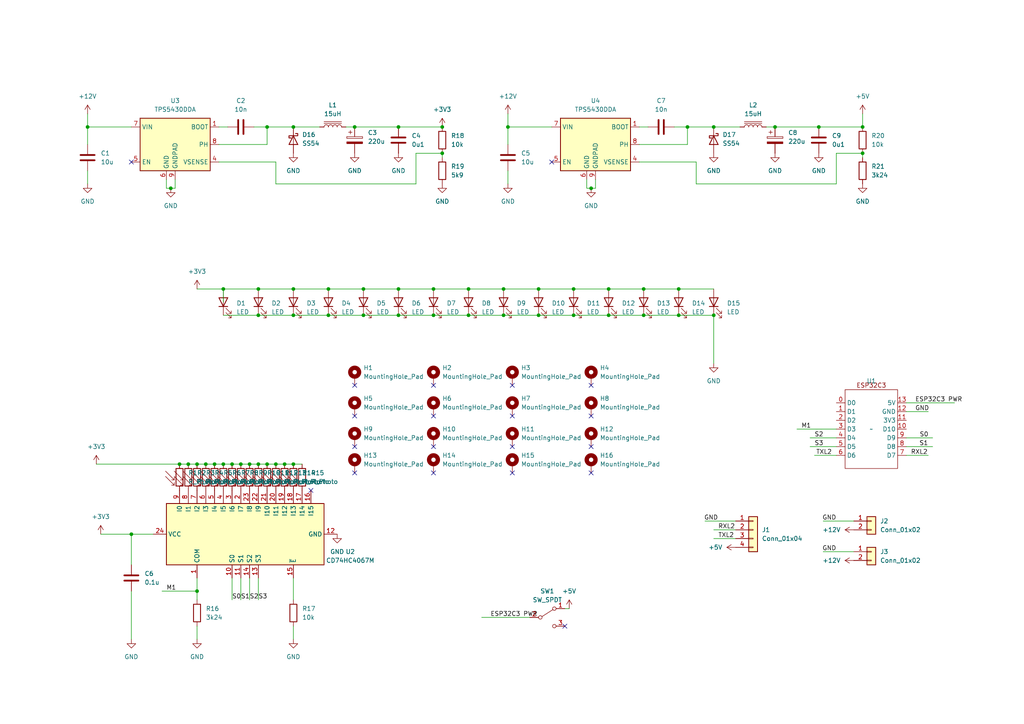
<source format=kicad_sch>
(kicad_sch (version 20231120) (generator "eeschema") (generator_version "8.0")
  (paper "A4")
  (lib_symbols
    (symbol "74xx:CD74HC4067M"
      (property "Reference" "U" (at -8.89 22.86 0))
      (property "Value" "CD74HC4067M" (at 1.27 22.86 0))
      (symbol "CD74HC4067M_0_1"
        (rectangle (start -8.89 21.59) (end 8.89 -24.13) (stroke (width 0.254)) (fill (type background)))
      )
      (symbol "CD74HC4067M_1_1"
        (pin passive line (at -12.7 12.7 0) (length 3.81) (name "COM") (number "1"))
        (pin input line (at -12.7 2.54 0) (length 3.81) (name "S0") (number "10"))
        (pin input line (at -12.7 0 0) (length 3.81) (name "S1") (number "11"))
        (pin power_in line (at 0 -27.94 90) (length 3.81) (name "GND") (number "12"))
        (pin input line (at -12.7 -5.08 0) (length 3.81) (name "S3") (number "13"))
        (pin input line (at -12.7 -2.54 0) (length 3.81) (name "S2") (number "14"))
        (pin input line (at -12.7 -15.24 0) (length 3.81) (name "~{E}") (number "15"))
        (pin passive line (at 12.7 -20.32 180) (length 3.81) (name "I15") (number "16"))
        (pin passive line (at 12.7 -17.78 180) (length 3.81) (name "I14") (number "17"))
        (pin passive line (at 12.7 -15.24 180) (length 3.81) (name "I13") (number "18"))
        (pin passive line (at 12.7 -12.7 180) (length 3.81) (name "I12") (number "19"))
        (pin passive line (at 12.7 0 180) (length 3.81) (name "I7") (number "2"))
        (pin passive line (at 12.7 -10.16 180) (length 3.81) (name "I11") (number "20"))
        (pin passive line (at 12.7 -7.62 180) (length 3.81) (name "I10") (number "21"))
        (pin passive line (at 12.7 -5.08 180) (length 3.81) (name "I9") (number "22"))
        (pin passive line (at 12.7 -2.54 180) (length 3.81) (name "I8") (number "23"))
        (pin power_in line (at 0 25.4 270) (length 3.81) (name "VCC") (number "24"))
        (pin passive line (at 12.7 2.54 180) (length 3.81) (name "I6") (number "3"))
        (pin passive line (at 12.7 5.08 180) (length 3.81) (name "I5") (number "4"))
        (pin passive line (at 12.7 7.62 180) (length 3.81) (name "I4") (number "5"))
        (pin passive line (at 12.7 10.16 180) (length 3.81) (name "I3") (number "6"))
        (pin passive line (at 12.7 12.7 180) (length 3.81) (name "I2") (number "7"))
        (pin passive line (at 12.7 15.24 180) (length 3.81) (name "I1") (number "8"))
        (pin passive line (at 12.7 17.78 180) (length 3.81) (name "I0") (number "9"))
      )
    )
    (symbol "Board:ESP32C3"
      (property "Reference" "U" (at 0 0 0))
      (symbol "ESP32C3_0_1"
        (rectangle (start -7.62 11.43) (end 7.62 -11.43))
      )
      (symbol "ESP32C3_1_1"
        (text "ESP32C3\n" (at 0 12.7 0) (effects (font (size 1.27 1.27))))
        (pin bidirectional line (at -10.16 7.62 0) (length 2.54) (name "D0") (number "0"))
        (pin bidirectional line (at -10.16 5.08 0) (length 2.54) (name "D1") (number "1"))
        (pin bidirectional line (at 10.16 0 180) (length 2.54) (name "D10") (number "10"))
        (pin power_out line (at 10.16 2.54 180) (length 2.54) (name "3V3") (number "11"))
        (pin power_in line (at 10.16 5.08 180) (length 2.54) (name "GND") (number "12"))
        (pin power_in line (at 10.16 7.62 180) (length 2.54) (name "5V") (number "13"))
        (pin bidirectional line (at -10.16 2.54 0) (length 2.54) (name "D2") (number "2"))
        (pin bidirectional line (at -10.16 0 0) (length 2.54) (name "D3") (number "3"))
        (pin bidirectional line (at -10.16 -2.54 0) (length 2.54) (name "D4") (number "4"))
        (pin bidirectional line (at -10.16 -5.08 0) (length 2.54) (name "D5") (number "5"))
        (pin bidirectional line (at -10.16 -7.62 0) (length 2.54) (name "D6") (number "6"))
        (pin bidirectional line (at 10.16 -7.62 180) (length 2.54) (name "D7") (number "7"))
        (pin bidirectional line (at 10.16 -5.08 180) (length 2.54) (name "D8") (number "8"))
        (pin bidirectional line (at 10.16 -2.54 180) (length 2.54) (name "D9") (number "9"))
      )
    )
    (symbol "Connector_Generic:Conn_01x02" (pin_names (offset 1.016) hide)
      (property "Reference" "J" (at 0 2.54 0))
      (property "Value" "Conn_01x02" (at 0 -5.08 0))
      (symbol "Conn_01x02_1_1"
        (rectangle (start -1.27 -2.413) (end 0 -2.667) (stroke (width 0.1524)))
        (rectangle (start -1.27 0.127) (end 0 -0.127) (stroke (width 0.1524)))
        (rectangle (start -1.27 1.27) (end 1.27 -3.81) (stroke (width 0.254)) (fill (type background)))
        (pin passive line (at -5.08 0 0) (length 3.81) (name "Pin_1") (number "1"))
        (pin passive line (at -5.08 -2.54 0) (length 3.81) (name "Pin_2") (number "2"))
      )
    )
    (symbol "Connector_Generic:Conn_01x04" (pin_names (offset 1.016) hide)
      (property "Reference" "J" (at 0 5.08 0))
      (property "Value" "Conn_01x04" (at 0 -7.62 0))
      (symbol "Conn_01x04_1_1"
        (rectangle (start -1.27 -4.953) (end 0 -5.207) (stroke (width 0.1524)))
        (rectangle (start -1.27 -2.413) (end 0 -2.667) (stroke (width 0.1524)))
        (rectangle (start -1.27 0.127) (end 0 -0.127) (stroke (width 0.1524)))
        (rectangle (start -1.27 2.667) (end 0 2.413) (stroke (width 0.1524)))
        (rectangle (start -1.27 3.81) (end 1.27 -6.35) (stroke (width 0.254)) (fill (type background)))
        (pin passive line (at -5.08 2.54 0) (length 3.81) (name "Pin_1") (number "1"))
        (pin passive line (at -5.08 0 0) (length 3.81) (name "Pin_2") (number "2"))
        (pin passive line (at -5.08 -2.54 0) (length 3.81) (name "Pin_3") (number "3"))
        (pin passive line (at -5.08 -5.08 0) (length 3.81) (name "Pin_4") (number "4"))
      )
    )
    (symbol "Device:C" (pin_numbers hide) (pin_names (offset 0.254))
      (property "Reference" "C" (at 0.635 2.54 0))
      (property "Value" "C" (at 0.635 -2.54 0))
      (symbol "C_0_1"
        (polyline (pts (xy -2.032 -0.762) (xy 2.032 -0.762)) (stroke (width 0.508)))
        (polyline (pts (xy -2.032 0.762) (xy 2.032 0.762)) (stroke (width 0.508)))
      )
      (symbol "C_1_1"
        (pin passive line (at 0 3.81 270) (length 2.794) (name "~") (number "1"))
        (pin passive line (at 0 -3.81 90) (length 2.794) (name "~") (number "2"))
      )
    )
    (symbol "Device:C_Polarized" (pin_numbers hide) (pin_names (offset 0.254))
      (property "Reference" "C" (at 0.635 2.54 0))
      (property "Value" "C_Polarized" (at 0.635 -2.54 0))
      (symbol "C_Polarized_0_1"
        (rectangle (start -2.286 0.508) (end 2.286 1.016))
        (polyline (pts (xy -1.778 2.286) (xy -0.762 2.286)))
        (polyline (pts (xy -1.27 2.794) (xy -1.27 1.778)))
        (rectangle (start 2.286 -0.508) (end -2.286 -1.016) (fill (type outline)))
      )
      (symbol "C_Polarized_1_1"
        (pin passive line (at 0 3.81 270) (length 2.794) (name "~") (number "1"))
        (pin passive line (at 0 -3.81 90) (length 2.794) (name "~") (number "2"))
      )
    )
    (symbol "Device:D_Schottky" (pin_numbers hide) (pin_names (offset 1.016) hide)
      (property "Reference" "D" (at 0 2.54 0))
      (property "Value" "D_Schottky" (at 0 -2.54 0))
      (symbol "D_Schottky_0_1"
        (polyline (pts (xy 1.27 0) (xy -1.27 0)))
        (polyline (pts (xy 1.27 1.27) (xy 1.27 -1.27) (xy -1.27 0) (xy 1.27 1.27)) (stroke (width 0.254)))
        (polyline (pts (xy -1.905 0.635) (xy -1.905 1.27) (xy -1.27 1.27) (xy -1.27 -1.27) (xy -0.635 -1.27) (xy -0.635 -0.635)) (stroke (width 0.254)))
      )
      (symbol "D_Schottky_1_1"
        (pin passive line (at -3.81 0 0) (length 2.54) (name "K") (number "1"))
        (pin passive line (at 3.81 0 180) (length 2.54) (name "A") (number "2"))
      )
    )
    (symbol "Device:LED" (pin_numbers hide) (pin_names (offset 1.016) hide)
      (property "Reference" "D" (at 0 2.54 0))
      (property "Value" "LED" (at 0 -2.54 0))
      (symbol "LED_0_1"
        (polyline (pts (xy -1.27 -1.27) (xy -1.27 1.27)) (stroke (width 0.254)))
        (polyline (pts (xy -1.27 0) (xy 1.27 0)))
        (polyline (pts (xy 1.27 -1.27) (xy 1.27 1.27) (xy -1.27 0) (xy 1.27 -1.27)) (stroke (width 0.254)))
        (polyline (pts (xy -3.048 -0.762) (xy -4.572 -2.286) (xy -3.81 -2.286) (xy -4.572 -2.286) (xy -4.572 -1.524)))
        (polyline (pts (xy -1.778 -0.762) (xy -3.302 -2.286) (xy -2.54 -2.286) (xy -3.302 -2.286) (xy -3.302 -1.524)))
      )
      (symbol "LED_1_1"
        (pin passive line (at -3.81 0 0) (length 2.54) (name "K") (number "1"))
        (pin passive line (at 3.81 0 180) (length 2.54) (name "A") (number "2"))
      )
    )
    (symbol "Device:L_Iron" (pin_numbers hide) (pin_names (offset 1.016) hide)
      (property "Reference" "L" (at -1.27 0 90))
      (property "Value" "L_Iron" (at 2.794 0 90))
      (symbol "L_Iron_0_1"
        (arc (start 0 -2.54) (mid 0.6323 -1.905) (end 0 -1.27))
        (arc (start 0 -1.27) (mid 0.6323 -0.635) (end 0 0))
        (polyline (pts (xy 1.016 2.54) (xy 1.016 -2.54)))
        (polyline (pts (xy 1.524 -2.54) (xy 1.524 2.54)))
        (arc (start 0 0) (mid 0.6323 0.635) (end 0 1.27))
        (arc (start 0 1.27) (mid 0.6323 1.905) (end 0 2.54))
      )
      (symbol "L_Iron_1_1"
        (pin passive line (at 0 3.81 270) (length 1.27) (name "1") (number "1"))
        (pin passive line (at 0 -3.81 90) (length 1.27) (name "2") (number "2"))
      )
    )
    (symbol "Device:R" (pin_numbers hide) (pin_names (offset 0))
      (property "Reference" "R" (at 2.032 0 90))
      (property "Value" "R" (at 0 0 90))
      (symbol "R_0_1"
        (rectangle (start -1.016 -2.54) (end 1.016 2.54) (stroke (width 0.254)))
      )
      (symbol "R_1_1"
        (pin passive line (at 0 3.81 270) (length 1.27) (name "~") (number "1"))
        (pin passive line (at 0 -3.81 90) (length 1.27) (name "~") (number "2"))
      )
    )
    (symbol "Device:R_Photo" (pin_numbers hide) (pin_names (offset 0))
      (property "Reference" "R" (at 1.27 1.27 0))
      (property "Value" "R_Photo" (at 1.27 0 0))
      (symbol "R_Photo_0_1"
        (rectangle (start -1.016 2.54) (end 1.016 -2.54) (stroke (width 0.254)))
        (polyline (pts (xy -1.524 -2.286) (xy -4.064 0.254)))
        (polyline (pts (xy -1.524 -2.286) (xy -2.286 -2.286)))
        (polyline (pts (xy -1.524 -2.286) (xy -1.524 -1.524)))
        (polyline (pts (xy -1.524 -0.762) (xy -4.064 1.778)))
        (polyline (pts (xy -1.524 -0.762) (xy -2.286 -0.762)))
        (polyline (pts (xy -1.524 -0.762) (xy -1.524 0)))
      )
      (symbol "R_Photo_1_1"
        (pin passive line (at 0 3.81 270) (length 1.27) (name "~") (number "1"))
        (pin passive line (at 0 -3.81 90) (length 1.27) (name "~") (number "2"))
      )
    )
    (symbol "Mechanical:MountingHole_Pad" (pin_numbers hide) (pin_names (offset 1.016) hide)
      (property "Reference" "H" (at 0 6.35 0))
      (property "Value" "MountingHole_Pad" (at 0 4.445 0))
      (symbol "MountingHole_Pad_0_1"
        (circle (center 0 1.27) (radius 1.27) (stroke (width 1.27)))
      )
      (symbol "MountingHole_Pad_1_1"
        (pin input line (at 0 -2.54 90) (length 2.54) (name "1") (number "1"))
      )
    )
    (symbol "Regulator_Switching:TPS5430DDA"
      (property "Reference" "U" (at -10.16 8.89 0))
      (property "Value" "TPS5430DDA" (at -1.27 8.89 0))
      (symbol "TPS5430DDA_0_1"
        (rectangle (start -10.16 7.62) (end 10.16 -7.62) (stroke (width 0.254)) (fill (type background)))
      )
      (symbol "TPS5430DDA_1_1"
        (pin input line (at 12.7 5.08 180) (length 2.54) (name "BOOT") (number "1"))
        (pin no_connect line (at -10.16 2.54 0) (length 2.54) hide (name "NC") (number "2"))
        (pin no_connect line (at -10.16 -2.54 0) (length 2.54) hide (name "NC") (number "3"))
        (pin input line (at 12.7 -5.08 180) (length 2.54) (name "VSENSE") (number "4"))
        (pin input line (at -12.7 -5.08 0) (length 2.54) (name "EN") (number "5"))
        (pin power_in line (at -2.54 -10.16 90) (length 2.54) (name "GND") (number "6"))
        (pin power_in line (at -12.7 5.08 0) (length 2.54) (name "VIN") (number "7"))
        (pin output line (at 12.7 0 180) (length 2.54) (name "PH") (number "8"))
        (pin power_in line (at 0 -10.16 90) (length 2.54) (name "GNDPAD") (number "9"))
      )
    )
    (symbol "Switch:SW_SPDT" (pin_names (offset 0) hide)
      (property "Reference" "SW" (at 0 4.318 0))
      (property "Value" "SW_SPDT" (at 0 -5.08 0))
      (symbol "SW_SPDT_0_0"
        (circle (center -2.032 0) (radius 0.508))
        (circle (center 2.032 -2.54) (radius 0.508))
      )
      (symbol "SW_SPDT_0_1"
        (polyline (pts (xy -1.524 0.254) (xy 1.651 2.286)))
        (circle (center 2.032 2.54) (radius 0.508))
      )
      (symbol "SW_SPDT_1_1"
        (pin passive line (at 5.08 2.54 180) (length 2.54) (name "A") (number "1"))
        (pin passive line (at -5.08 0 0) (length 2.54) (name "B") (number "2"))
        (pin passive line (at 5.08 -2.54 180) (length 2.54) (name "C") (number "3"))
      )
    )
    (symbol "power:+12V" (power) (pin_names (offset 0))
      (property "Value" "+12V" (at 0 3.556 0))
      (symbol "+12V_0_1"
        (polyline (pts (xy -0.762 1.27) (xy 0 2.54)))
        (polyline (pts (xy 0 0) (xy 0 2.54)))
        (polyline (pts (xy 0 2.54) (xy 0.762 1.27)))
      )
      (symbol "+12V_1_1"
        (pin power_in line (at 0 0 90) (length 0) hide (name "+12V") (number "1"))
      )
    )
    (symbol "power:+3V3" (power) (pin_names (offset 0))
      (property "Value" "+3V3" (at 0 3.556 0))
      (symbol "+3V3_0_1"
        (polyline (pts (xy -0.762 1.27) (xy 0 2.54)))
        (polyline (pts (xy 0 0) (xy 0 2.54)))
        (polyline (pts (xy 0 2.54) (xy 0.762 1.27)))
      )
      (symbol "+3V3_1_1"
        (pin power_in line (at 0 0 90) (length 0) hide (name "+3V3") (number "1"))
      )
    )
    (symbol "power:+5V" (power) (pin_names (offset 0))
      (property "Value" "+5V" (at 0 3.556 0))
      (symbol "+5V_0_1"
        (polyline (pts (xy -0.762 1.27) (xy 0 2.54)))
        (polyline (pts (xy 0 0) (xy 0 2.54)))
        (polyline (pts (xy 0 2.54) (xy 0.762 1.27)))
      )
      (symbol "+5V_1_1"
        (pin power_in line (at 0 0 90) (length 0) hide (name "+5V") (number "1"))
      )
    )
    (symbol "power:GND" (power) (pin_names (offset 0))
      (property "Value" "GND" (at 0 -3.81 0))
      (symbol "GND_0_1"
        (polyline (pts (xy 0 0) (xy 0 -1.27) (xy 1.27 -1.27) (xy 0 -2.54) (xy -1.27 -1.27) (xy 0 -1.27)))
      )
      (symbol "GND_1_1"
        (pin power_in line (at 0 0 270) (length 0) hide (name "GND") (number "1"))
      )
    )
  )
  (junction (at 74.93 91.44))
  (junction (at 128.27 36.83))
  (junction (at 171.45 54.61))
  (junction (at 72.39 134.62))
  (junction (at 105.41 83.82))
  (junction (at 176.53 83.82))
  (junction (at 156.21 83.82))
  (junction (at 69.85 134.62))
  (junction (at 135.89 91.44))
  (junction (at 95.25 83.82))
  (junction (at 82.55 134.62))
  (junction (at 74.93 83.82))
  (junction (at 25.4 36.83))
  (junction (at 59.69 134.62))
  (junction (at 128.27 44.45))
  (junction (at 176.53 91.44))
  (junction (at 85.09 91.44))
  (junction (at 67.31 134.62))
  (junction (at 54.61 134.62))
  (junction (at 74.93 134.62))
  (junction (at 207.01 91.44))
  (junction (at 62.23 134.62))
  (junction (at 186.69 83.82))
  (junction (at 57.15 134.62))
  (junction (at 207.01 36.83))
  (junction (at 80.01 134.62))
  (junction (at 224.79 36.83))
  (junction (at 49.53 54.61))
  (junction (at 156.21 91.44))
  (junction (at 146.05 91.44))
  (junction (at 77.47 36.83))
  (junction (at 147.32 36.83))
  (junction (at 52.07 134.62))
  (junction (at 250.19 36.83))
  (junction (at 77.47 134.62))
  (junction (at 105.41 91.44))
  (junction (at 85.09 134.62))
  (junction (at 166.37 91.44))
  (junction (at 250.19 44.45))
  (junction (at 85.09 36.83))
  (junction (at 186.69 91.44))
  (junction (at 199.39 36.83))
  (junction (at 115.57 83.82))
  (junction (at 64.77 83.82))
  (junction (at 166.37 83.82))
  (junction (at 115.57 91.44))
  (junction (at 95.25 91.44))
  (junction (at 57.15 171.45))
  (junction (at 125.73 91.44))
  (junction (at 85.09 83.82))
  (junction (at 102.87 36.83))
  (junction (at 115.57 36.83))
  (junction (at 135.89 83.82))
  (junction (at 64.77 134.62))
  (junction (at 146.05 83.82))
  (junction (at 196.85 91.44))
  (junction (at 38.1 154.94))
  (junction (at 237.49 36.83))
  (junction (at 125.73 83.82))
  (junction (at 196.85 83.82))
  (no_connect (at 163.83 181.61))
  (no_connect (at 102.87 129.54))
  (no_connect (at 148.59 137.16))
  (no_connect (at 148.59 129.54))
  (no_connect (at 171.45 111.76))
  (no_connect (at 102.87 137.16))
  (no_connect (at 171.45 120.65))
  (no_connect (at 125.73 129.54))
  (no_connect (at 148.59 120.65))
  (no_connect (at 160.02 46.99))
  (no_connect (at 171.45 129.54))
  (no_connect (at 38.1 46.99))
  (no_connect (at 171.45 137.16))
  (no_connect (at 125.73 111.76))
  (no_connect (at 125.73 137.16))
  (no_connect (at 148.59 111.76))
  (no_connect (at 90.17 142.24))
  (no_connect (at 102.87 111.76))
  (no_connect (at 125.73 120.65))
  (no_connect (at 102.87 120.65))
  (wire (pts (xy 29.21 154.94) (xy 38.1 154.94)))
  (wire (pts (xy 186.69 83.82) (xy 196.85 83.82)))
  (wire (pts (xy 74.93 91.44) (xy 85.09 91.44)))
  (wire (pts (xy 139.7 179.07) (xy 153.67 179.07)))
  (wire (pts (xy 85.09 134.62) (xy 87.63 134.62)))
  (wire (pts (xy 146.05 91.44) (xy 156.21 91.44)))
  (wire (pts (xy 80.01 134.62) (xy 82.55 134.62)))
  (wire (pts (xy 50.8 54.61) (xy 50.8 52.07)))
  (wire (pts (xy 63.5 46.99) (xy 80.01 46.99)))
  (wire (pts (xy 128.27 45.72) (xy 128.27 44.45)))
  (wire (pts (xy 187.96 36.83) (xy 185.42 36.83)))
  (wire (pts (xy 77.47 36.83) (xy 85.09 36.83)))
  (wire (pts (xy 231.14 124.46) (xy 242.57 124.46)))
  (wire (pts (xy 156.21 91.44) (xy 166.37 91.44)))
  (wire (pts (xy 262.89 119.38) (xy 269.24 119.38)))
  (wire (pts (xy 57.15 83.82) (xy 64.77 83.82)))
  (wire (pts (xy 64.77 87.63) (xy 64.77 83.82)))
  (wire (pts (xy 38.1 171.45) (xy 38.1 185.42)))
  (wire (pts (xy 262.89 132.08) (xy 269.24 132.08)))
  (wire (pts (xy 57.15 134.62) (xy 59.69 134.62)))
  (wire (pts (xy 102.87 36.83) (xy 115.57 36.83)))
  (wire (pts (xy 80.01 53.34) (xy 120.65 53.34)))
  (wire (pts (xy 38.1 154.94) (xy 38.1 163.83)))
  (wire (pts (xy 57.15 181.61) (xy 57.15 185.42)))
  (wire (pts (xy 186.69 91.44) (xy 196.85 91.44)))
  (wire (pts (xy 207.01 36.83) (xy 214.63 36.83)))
  (wire (pts (xy 82.55 134.62) (xy 85.09 134.62)))
  (wire (pts (xy 170.18 52.07) (xy 170.18 54.61)))
  (wire (pts (xy 63.5 41.91) (xy 77.47 41.91)))
  (wire (pts (xy 199.39 41.91) (xy 199.39 36.83)))
  (wire (pts (xy 74.93 83.82) (xy 85.09 83.82)))
  (wire (pts (xy 262.89 116.84) (xy 276.86 116.84)))
  (wire (pts (xy 207.01 153.67) (xy 213.36 153.67)))
  (wire (pts (xy 85.09 181.61) (xy 85.09 185.42)))
  (wire (pts (xy 204.47 151.13) (xy 213.36 151.13)))
  (wire (pts (xy 238.76 151.13) (xy 247.65 151.13)))
  (wire (pts (xy 125.73 91.44) (xy 135.89 91.44)))
  (wire (pts (xy 242.57 132.08) (xy 236.22 132.08)))
  (wire (pts (xy 48.26 52.07) (xy 48.26 54.61)))
  (wire (pts (xy 195.58 36.83) (xy 199.39 36.83)))
  (wire (pts (xy 120.65 44.45) (xy 120.65 53.34)))
  (wire (pts (xy 85.09 36.83) (xy 92.71 36.83)))
  (wire (pts (xy 196.85 91.44) (xy 207.01 91.44)))
  (wire (pts (xy 69.85 134.62) (xy 72.39 134.62)))
  (wire (pts (xy 237.49 36.83) (xy 250.19 36.83)))
  (wire (pts (xy 72.39 167.64) (xy 72.39 173.99)))
  (wire (pts (xy 250.19 33.02) (xy 250.19 36.83)))
  (wire (pts (xy 77.47 41.91) (xy 77.47 36.83)))
  (wire (pts (xy 207.01 91.44) (xy 207.01 105.41)))
  (wire (pts (xy 172.72 54.61) (xy 172.72 52.07)))
  (wire (pts (xy 201.93 46.99) (xy 201.93 53.34)))
  (wire (pts (xy 64.77 134.62) (xy 67.31 134.62)))
  (wire (pts (xy 146.05 83.82) (xy 156.21 83.82)))
  (wire (pts (xy 105.41 83.82) (xy 115.57 83.82)))
  (wire (pts (xy 54.61 134.62) (xy 57.15 134.62)))
  (wire (pts (xy 67.31 167.64) (xy 67.31 173.99)))
  (wire (pts (xy 64.77 83.82) (xy 74.93 83.82)))
  (wire (pts (xy 57.15 171.45) (xy 57.15 173.99)))
  (wire (pts (xy 135.89 83.82) (xy 146.05 83.82)))
  (wire (pts (xy 27.94 134.62) (xy 52.07 134.62)))
  (wire (pts (xy 74.93 167.64) (xy 74.93 173.99)))
  (wire (pts (xy 72.39 134.62) (xy 74.93 134.62)))
  (wire (pts (xy 234.95 127) (xy 242.57 127)))
  (wire (pts (xy 59.69 134.62) (xy 62.23 134.62)))
  (wire (pts (xy 25.4 53.34) (xy 25.4 49.53)))
  (wire (pts (xy 64.77 91.44) (xy 74.93 91.44)))
  (wire (pts (xy 73.66 36.83) (xy 77.47 36.83)))
  (wire (pts (xy 165.1 176.53) (xy 163.83 176.53)))
  (wire (pts (xy 171.45 54.61) (xy 172.72 54.61)))
  (wire (pts (xy 67.31 134.62) (xy 69.85 134.62)))
  (wire (pts (xy 85.09 83.82) (xy 95.25 83.82)))
  (wire (pts (xy 224.79 36.83) (xy 237.49 36.83)))
  (wire (pts (xy 52.07 134.62) (xy 54.61 134.62)))
  (wire (pts (xy 147.32 41.91) (xy 147.32 36.83)))
  (wire (pts (xy 207.01 156.21) (xy 213.36 156.21)))
  (wire (pts (xy 238.76 160.02) (xy 247.65 160.02)))
  (wire (pts (xy 25.4 41.91) (xy 25.4 36.83)))
  (wire (pts (xy 44.45 154.94) (xy 38.1 154.94)))
  (wire (pts (xy 85.09 167.64) (xy 85.09 173.99)))
  (wire (pts (xy 270.51 129.54) (xy 262.89 129.54)))
  (wire (pts (xy 196.85 83.82) (xy 207.01 83.82)))
  (wire (pts (xy 185.42 46.99) (xy 201.93 46.99)))
  (wire (pts (xy 66.04 36.83) (xy 63.5 36.83)))
  (wire (pts (xy 147.32 53.34) (xy 147.32 49.53)))
  (wire (pts (xy 115.57 83.82) (xy 125.73 83.82)))
  (wire (pts (xy 166.37 83.82) (xy 176.53 83.82)))
  (wire (pts (xy 46.99 171.45) (xy 57.15 171.45)))
  (wire (pts (xy 170.18 54.61) (xy 171.45 54.61)))
  (wire (pts (xy 166.37 91.44) (xy 176.53 91.44)))
  (wire (pts (xy 69.85 167.64) (xy 69.85 173.99)))
  (wire (pts (xy 234.95 129.54) (xy 242.57 129.54)))
  (wire (pts (xy 176.53 91.44) (xy 186.69 91.44)))
  (wire (pts (xy 95.25 83.82) (xy 105.41 83.82)))
  (wire (pts (xy 115.57 91.44) (xy 125.73 91.44)))
  (wire (pts (xy 222.25 36.83) (xy 224.79 36.83)))
  (wire (pts (xy 95.25 91.44) (xy 105.41 91.44)))
  (wire (pts (xy 120.65 44.45) (xy 128.27 44.45)))
  (wire (pts (xy 85.09 91.44) (xy 95.25 91.44)))
  (wire (pts (xy 38.1 36.83) (xy 25.4 36.83)))
  (wire (pts (xy 125.73 83.82) (xy 135.89 83.82)))
  (wire (pts (xy 176.53 83.82) (xy 186.69 83.82)))
  (wire (pts (xy 135.89 91.44) (xy 146.05 91.44)))
  (wire (pts (xy 100.33 36.83) (xy 102.87 36.83)))
  (wire (pts (xy 160.02 36.83) (xy 147.32 36.83)))
  (wire (pts (xy 115.57 36.83) (xy 128.27 36.83)))
  (wire (pts (xy 48.26 54.61) (xy 49.53 54.61)))
  (wire (pts (xy 199.39 36.83) (xy 207.01 36.83)))
  (wire (pts (xy 156.21 83.82) (xy 166.37 83.82)))
  (wire (pts (xy 25.4 33.02) (xy 25.4 36.83)))
  (wire (pts (xy 242.57 44.45) (xy 250.19 44.45)))
  (wire (pts (xy 147.32 33.02) (xy 147.32 36.83)))
  (wire (pts (xy 201.93 53.34) (xy 242.57 53.34)))
  (wire (pts (xy 62.23 134.62) (xy 64.77 134.62)))
  (wire (pts (xy 80.01 46.99) (xy 80.01 53.34)))
  (wire (pts (xy 185.42 41.91) (xy 199.39 41.91)))
  (wire (pts (xy 49.53 54.61) (xy 50.8 54.61)))
  (wire (pts (xy 242.57 44.45) (xy 242.57 53.34)))
  (wire (pts (xy 74.93 134.62) (xy 77.47 134.62)))
  (wire (pts (xy 105.41 91.44) (xy 115.57 91.44)))
  (wire (pts (xy 250.19 45.72) (xy 250.19 44.45)))
  (wire (pts (xy 57.15 167.64) (xy 57.15 171.45)))
  (wire (pts (xy 270.51 127) (xy 262.89 127)))
  (wire (pts (xy 77.47 134.62) (xy 80.01 134.62)))
  (label "M1" (at 232.41 124.46 0))
  (label "S0" (at 67.31 173.99 0))
  (label "S3" (at 74.93 173.99 0))
  (label "GND" (at 208.28 151.13 180))
  (label "S2" (at 236.22 127 0))
  (label "S1" (at 69.85 173.99 0))
  (label "GND" (at 242.57 160.02 180))
  (label "RXL2" (at 208.28 153.67 0))
  (label "ESP32C3 PWR" (at 142.24 179.07 0))
  (label "M1" (at 48.26 171.45 0))
  (label "GND" (at 265.43 119.38 0))
  (label "GND" (at 242.57 151.13 180))
  (label "RXL2" (at 264.16 132.08 0))
  (label "S0" (at 266.7 127 0))
  (label "S2" (at 72.39 173.99 0))
  (label "ESP32C3 PWR" (at 265.43 116.84 0))
  (label "S1" (at 269.24 129.54 180))
  (label "S3" (at 236.22 129.54 0))
  (label "TXL2" (at 208.28 156.21 0))
  (label "TXL2" (at 241.3 132.08 180))
  (symbol (lib_id "power:GND") (at 38.1 185.42 0) (unit 1)
    (property "Reference" "#PWR09" (effects (hide yes)))
    (property "Value" "GND" (at 38.1 190.5 0))
  )
  (symbol (lib_id "Device:C_Polarized") (at 102.87 40.64 0) (unit 1)
    (property "Reference" "C3" (at 106.68 38.481 0) (effects (justify left)))
    (property "Value" "220u" (at 106.68 41.021 0) (effects (justify left)))
    (property "Footprint" "Capacitor_Tantalum_SMD:CP_EIA-7343-15_Kemet-W_Pad2.25x2.55mm_HandSolder" (effects (hide yes)))
  )
  (symbol (lib_id "Device:C") (at 38.1 167.64 0) (unit 1)
    (property "Reference" "C6" (at 41.91 166.37 0) (effects (justify left)))
    (property "Value" "0.1u" (at 41.91 168.91 0) (effects (justify left)))
    (property "Footprint" "Capacitor_SMD:C_0603_1608Metric_Pad1.08x0.95mm_HandSolder" (effects (hide yes)))
  )
  (symbol (lib_id "Device:LED") (at 74.93 87.63 90) (unit 1)
    (property "Reference" "D2" (at 78.74 87.9475 90) (effects (justify right)))
    (property "Value" "LED" (at 78.74 90.4875 90) (effects (justify right)))
    (property "Footprint" "LED_SMD:LED_PLCC_2835_Handsoldering" (effects (hide yes)))
  )
  (symbol (lib_id "Mechanical:MountingHole_Pad") (at 148.59 134.62 0) (unit 1)
    (property "Reference" "H15" (at 151.13 132.08 0) (effects (justify left)))
    (property "Value" "MountingHole_Pad" (at 151.13 134.62 0) (effects (justify left)))
    (property "Footprint" "MountingHole:MountingHole_3.2mm_M3_Pad_Via" (effects (hide yes)))
  )
  (symbol (lib_id "power:+3V3") (at 128.27 36.83 0) (unit 1)
    (property "Reference" "#PWR017" (effects (hide yes)))
    (property "Value" "+3V3" (at 128.27 31.75 0))
  )
  (symbol (lib_id "power:+12V") (at 25.4 33.02 0) (unit 1)
    (property "Reference" "#PWR07" (effects (hide yes)))
    (property "Value" "+12V" (at 25.4 27.94 0))
  )
  (symbol (lib_id "power:GND") (at 147.32 53.34 0) (unit 1)
    (property "Reference" "#PWR020" (effects (hide yes)))
    (property "Value" "GND" (at 147.32 58.42 0))
  )
  (symbol (lib_id "Device:R_Photo") (at 59.69 138.43 0) (unit 1)
    (property "Reference" "R4" (at 62.23 137.16 0) (effects (justify left)))
    (property "Value" "R_Photo" (at 62.23 139.7 0) (effects (justify left)))
    (property "Footprint" "LED_SMD:LED_0603_1608Metric" (effects (hide yes)))
  )
  (symbol (lib_id "Device:C") (at 191.77 36.83 90) (unit 1)
    (property "Reference" "C7" (at 191.77 29.21 90))
    (property "Value" "10n" (at 191.77 31.75 90))
    (property "Footprint" "Capacitor_SMD:C_0603_1608Metric_Pad1.08x0.95mm_HandSolder" (effects (hide yes)))
  )
  (symbol (lib_id "Connector_Generic:Conn_01x04") (at 218.44 153.67 0) (unit 1)
    (property "Reference" "J1" (at 220.98 153.67 0) (effects (justify left)))
    (property "Value" "Conn_01x04" (at 220.98 156.21 0) (effects (justify left)))
    (property "Footprint" "Connector_JST:JST_XH_B4B-XH-AM_1x04_P2.50mm_Vertical" (effects (hide yes)))
  )
  (symbol (lib_id "Mechanical:MountingHole_Pad") (at 171.45 109.22 0) (unit 1)
    (property "Reference" "H4" (at 173.99 106.68 0) (effects (justify left)))
    (property "Value" "MountingHole_Pad" (at 173.99 109.22 0) (effects (justify left)))
    (property "Footprint" "MountingHole:MountingHole_3.2mm_M3_Pad_Via" (effects (hide yes)))
  )
  (symbol (lib_id "power:+3V3") (at 29.21 154.94 0) (unit 1)
    (property "Reference" "#PWR010" (effects (hide yes)))
    (property "Value" "+3V3" (at 29.21 149.86 0))
  )
  (symbol (lib_id "Device:C") (at 147.32 45.72 0) (unit 1)
    (property "Reference" "C5" (at 151.13 44.45 0) (effects (justify left)))
    (property "Value" "10u" (at 151.13 46.99 0) (effects (justify left)))
    (property "Footprint" "Capacitor_SMD:C_0603_1608Metric_Pad1.08x0.95mm_HandSolder" (effects (hide yes)))
  )
  (symbol (lib_id "power:+12V") (at 247.65 162.56 90) (unit 1)
    (property "Reference" "#PWR025" (effects (hide yes)))
    (property "Value" "+12V" (at 243.84 162.56 90) (effects (justify left)))
  )
  (symbol (lib_id "power:GND") (at 57.15 185.42 0) (unit 1)
    (property "Reference" "#PWR05" (effects (hide yes)))
    (property "Value" "GND" (at 57.15 190.5 0))
  )
  (symbol (lib_id "Device:R_Photo") (at 69.85 138.43 0) (unit 1)
    (property "Reference" "R8" (at 72.39 137.16 0) (effects (justify left)))
    (property "Value" "R_Photo" (at 72.39 139.7 0) (effects (justify left)))
    (property "Footprint" "LED_SMD:LED_0603_1608Metric" (effects (hide yes)))
  )
  (symbol (lib_id "Device:LED") (at 64.77 87.63 90) (unit 1)
    (property "Reference" "D1" (at 68.58 87.9475 90) (effects (justify right)))
    (property "Value" "LED" (at 68.58 90.4875 90) (effects (justify right)))
    (property "Footprint" "LED_SMD:LED_PLCC_2835_Handsoldering" (effects (hide yes)))
  )
  (symbol (lib_id "power:+5V") (at 250.19 33.02 0) (unit 1)
    (property "Reference" "#PWR02" (effects (hide yes)))
    (property "Value" "+5V" (at 250.19 27.94 0))
  )
  (symbol (lib_id "Device:R") (at 250.19 49.53 0) (unit 1)
    (property "Reference" "R21" (at 252.73 48.26 0) (effects (justify left)))
    (property "Value" "3k24" (at 252.73 50.8 0) (effects (justify left)))
    (property "Footprint" "Resistor_SMD:R_0603_1608Metric_Pad0.98x0.95mm_HandSolder" (effects (hide yes)))
  )
  (symbol (lib_id "Mechanical:MountingHole_Pad") (at 102.87 109.22 0) (unit 1)
    (property "Reference" "H1" (at 105.41 106.68 0) (effects (justify left)))
    (property "Value" "MountingHole_Pad" (at 105.41 109.22 0) (effects (justify left)))
    (property "Footprint" "MountingHole:MountingHole_3.2mm_M3_Pad_Via" (effects (hide yes)))
  )
  (symbol (lib_id "Device:R") (at 250.19 40.64 0) (unit 1)
    (property "Reference" "R20" (at 252.73 39.37 0) (effects (justify left)))
    (property "Value" "10k" (at 252.73 41.91 0) (effects (justify left)))
    (property "Footprint" "Resistor_SMD:R_0603_1608Metric_Pad0.98x0.95mm_HandSolder" (effects (hide yes)))
  )
  (symbol (lib_id "Device:R_Photo") (at 72.39 138.43 0) (unit 1)
    (property "Reference" "R9" (at 74.93 137.16 0) (effects (justify left)))
    (property "Value" "R_Photo" (at 74.93 139.7 0) (effects (justify left)))
    (property "Footprint" "LED_SMD:LED_0603_1608Metric" (effects (hide yes)))
  )
  (symbol (lib_id "power:GND") (at 250.19 53.34 0) (unit 1)
    (property "Reference" "#PWR026" (effects (hide yes)))
    (property "Value" "GND" (at 250.19 58.42 0))
  )
  (symbol (lib_id "power:+3V3") (at 27.94 134.62 0) (unit 1)
    (property "Reference" "#PWR013" (effects (hide yes)))
    (property "Value" "+3V3" (at 27.94 129.54 0))
  )
  (symbol (lib_id "power:GND") (at 85.09 185.42 0) (unit 1)
    (property "Reference" "#PWR06" (effects (hide yes)))
    (property "Value" "GND" (at 85.09 190.5 0))
  )
  (symbol (lib_id "power:GND") (at 102.87 44.45 0) (unit 1)
    (property "Reference" "#PWR015" (effects (hide yes)))
    (property "Value" "GND" (at 102.87 49.53 0))
  )
  (symbol (lib_id "Mechanical:MountingHole_Pad") (at 102.87 127 0) (unit 1)
    (property "Reference" "H9" (at 105.41 124.46 0) (effects (justify left)))
    (property "Value" "MountingHole_Pad" (at 105.41 127 0) (effects (justify left)))
    (property "Footprint" "MountingHole:MountingHole_3.2mm_M3_Pad_Via" (effects (hide yes)))
  )
  (symbol (lib_id "Device:LED") (at 135.89 87.63 90) (unit 1)
    (property "Reference" "D8" (at 139.7 87.9475 90) (effects (justify right)))
    (property "Value" "LED" (at 139.7 90.4875 90) (effects (justify right)))
    (property "Footprint" "LED_SMD:LED_PLCC_2835_Handsoldering" (effects (hide yes)))
  )
  (symbol (lib_id "Device:LED") (at 166.37 87.63 90) (unit 1)
    (property "Reference" "D11" (at 170.18 87.9475 90) (effects (justify right)))
    (property "Value" "LED" (at 170.18 90.4875 90) (effects (justify right)))
    (property "Footprint" "LED_SMD:LED_PLCC_2835_Handsoldering" (effects (hide yes)))
  )
  (symbol (lib_id "power:GND") (at 49.53 54.61 0) (unit 1)
    (property "Reference" "#PWR012" (effects (hide yes)))
    (property "Value" "GND" (at 49.53 59.69 0))
  )
  (symbol (lib_id "Device:C") (at 69.85 36.83 90) (unit 1)
    (property "Reference" "C2" (at 69.85 29.21 90))
    (property "Value" "10n" (at 69.85 31.75 90))
    (property "Footprint" "Capacitor_SMD:C_0603_1608Metric_Pad1.08x0.95mm_HandSolder" (effects (hide yes)))
  )
  (symbol (lib_id "Device:R_Photo") (at 52.07 138.43 0) (unit 1)
    (property "Reference" "R1" (at 54.61 137.16 0) (effects (justify left)))
    (property "Value" "R_Photo" (at 54.61 139.7 0) (effects (justify left)))
    (property "Footprint" "LED_SMD:LED_0603_1608Metric" (effects (hide yes)))
  )
  (symbol (lib_id "Device:LED") (at 85.09 87.63 90) (unit 1)
    (property "Reference" "D3" (at 88.9 87.9475 90) (effects (justify right)))
    (property "Value" "LED" (at 88.9 90.4875 90) (effects (justify right)))
    (property "Footprint" "LED_SMD:LED_PLCC_2835_Handsoldering" (effects (hide yes)))
  )
  (symbol (lib_id "Regulator_Switching:TPS5430DDA") (at 50.8 41.91 0) (unit 1)
    (property "Reference" "U3" (at 50.8 29.21 0))
    (property "Value" "TPS5430DDA" (at 50.8 31.75 0))
    (property "Footprint" "Package_SO:TI_SO-PowerPAD-8_ThermalVias" (effects (hide yes)))
    (property "Datasheet" "http://www.ti.com/lit/ds/symlink/tps5430.pdf" (effects (hide yes)))
  )
  (symbol (lib_id "Device:R_Photo") (at 57.15 138.43 0) (unit 1)
    (property "Reference" "R3" (at 59.69 137.16 0) (effects (justify left)))
    (property "Value" "R_Photo" (at 59.69 139.7 0) (effects (justify left)))
    (property "Footprint" "LED_SMD:LED_0603_1608Metric" (effects (hide yes)))
  )
  (symbol (lib_id "power:+3V3") (at 57.15 83.82 0) (unit 1)
    (property "Reference" "#PWR04" (effects (hide yes)))
    (property "Value" "+3V3" (at 57.15 78.74 0))
  )
  (symbol (lib_id "Device:C_Polarized") (at 224.79 40.64 0) (unit 1)
    (property "Reference" "C8" (at 228.6 38.481 0) (effects (justify left)))
    (property "Value" "220u" (at 228.6 41.021 0) (effects (justify left)))
    (property "Footprint" "Capacitor_Tantalum_SMD:CP_EIA-7343-15_Kemet-W_Pad2.25x2.55mm_HandSolder" (effects (hide yes)))
  )
  (symbol (lib_id "power:GND") (at 25.4 53.34 0) (unit 1)
    (property "Reference" "#PWR011" (effects (hide yes)))
    (property "Value" "GND" (at 25.4 58.42 0))
  )
  (symbol (lib_id "Device:LED") (at 196.85 87.63 90) (unit 1)
    (property "Reference" "D14" (at 200.66 87.9475 90) (effects (justify right)))
    (property "Value" "LED" (at 200.66 90.4875 90) (effects (justify right)))
    (property "Footprint" "LED_SMD:LED_PLCC_2835_Handsoldering" (effects (hide yes)))
  )
  (symbol (lib_id "Device:R_Photo") (at 67.31 138.43 0) (unit 1)
    (property "Reference" "R7" (at 69.85 137.16 0) (effects (justify left)))
    (property "Value" "R_Photo" (at 69.85 139.7 0) (effects (justify left)))
    (property "Footprint" "LED_SMD:LED_0603_1608Metric" (effects (hide yes)))
  )
  (symbol (lib_id "Device:LED") (at 105.41 87.63 90) (unit 1)
    (property "Reference" "D5" (at 109.22 87.9475 90) (effects (justify right)))
    (property "Value" "LED" (at 109.22 90.4875 90) (effects (justify right)))
    (property "Footprint" "LED_SMD:LED_PLCC_2835_Handsoldering" (effects (hide yes)))
  )
  (symbol (lib_id "power:GND") (at 207.01 105.41 0) (unit 1)
    (property "Reference" "#PWR03" (effects (hide yes)))
    (property "Value" "GND" (at 207.01 110.49 0))
  )
  (symbol (lib_id "Mechanical:MountingHole_Pad") (at 171.45 127 0) (unit 1)
    (property "Reference" "H12" (at 173.99 124.46 0) (effects (justify left)))
    (property "Value" "MountingHole_Pad" (at 173.99 127 0) (effects (justify left)))
    (property "Footprint" "MountingHole:MountingHole_3.2mm_M3_Pad_Via" (effects (hide yes)))
  )
  (symbol (lib_id "Device:R") (at 128.27 40.64 0) (unit 1)
    (property "Reference" "R18" (at 130.81 39.37 0) (effects (justify left)))
    (property "Value" "10k" (at 130.81 41.91 0) (effects (justify left)))
    (property "Footprint" "Resistor_SMD:R_0603_1608Metric_Pad0.98x0.95mm_HandSolder" (effects (hide yes)))
  )
  (symbol (lib_id "Device:LED") (at 115.57 87.63 90) (unit 1)
    (property "Reference" "D6" (at 119.38 87.9475 90) (effects (justify right)))
    (property "Value" "LED" (at 119.38 90.4875 90) (effects (justify right)))
    (property "Footprint" "LED_SMD:LED_PLCC_2835_Handsoldering" (effects (hide yes)))
  )
  (symbol (lib_id "Board:ESP32C3") (at 252.73 124.46 0) (unit 1)
    (property "Reference" "U1" (at 252.73 110.49 0))
    (property "Value" "~" (at 252.73 124.46 0))
    (property "Footprint" "Board:xiao-esp32c3" (effects (hide yes)))
  )
  (symbol (lib_id "74xx:CD74HC4067M") (at 69.85 154.94 90) (unit 1)
    (property "Reference" "U2" (at 101.6 160.02 90))
    (property "Value" "CD74HC4067M" (at 101.6 162.56 90))
    (property "Footprint" "Package_SO:SOIC-24W_7.5x15.4mm_P1.27mm" (effects (hide yes)))
    (property "Datasheet" "http://www.ti.com/lit/ds/symlink/cd74hc4067.pdf" (effects (hide yes)))
  )
  (symbol (lib_id "Device:LED") (at 156.21 87.63 90) (unit 1)
    (property "Reference" "D10" (at 160.02 87.9475 90) (effects (justify right)))
    (property "Value" "LED" (at 160.02 90.4875 90) (effects (justify right)))
    (property "Footprint" "LED_SMD:LED_PLCC_2835_Handsoldering" (effects (hide yes)))
  )
  (symbol (lib_id "Device:LED") (at 125.73 87.63 90) (unit 1)
    (property "Reference" "D7" (at 129.54 87.9475 90) (effects (justify right)))
    (property "Value" "LED" (at 129.54 90.4875 90) (effects (justify right)))
    (property "Footprint" "LED_SMD:LED_PLCC_2835_Handsoldering" (effects (hide yes)))
  )
  (symbol (lib_id "power:GND") (at 97.79 154.94 0) (unit 1)
    (property "Reference" "#PWR08" (effects (hide yes)))
    (property "Value" "GND" (at 97.79 160.02 0))
  )
  (symbol (lib_id "power:+12V") (at 247.65 153.67 90) (unit 1)
    (property "Reference" "#PWR027" (effects (hide yes)))
    (property "Value" "+12V" (at 243.84 153.67 90) (effects (justify left)))
  )
  (symbol (lib_id "Device:L_Iron") (at 96.52 36.83 90) (unit 1)
    (property "Reference" "L1" (at 96.52 30.48 90))
    (property "Value" "15uH" (at 96.52 33.02 90))
    (property "Footprint" "Inductor_SMD:L_Bourns_SRR1208_12.7x12.7mm" (effects (hide yes)))
  )
  (symbol (lib_id "Device:LED") (at 95.25 87.63 90) (unit 1)
    (property "Reference" "D4" (at 99.06 87.9475 90) (effects (justify right)))
    (property "Value" "LED" (at 99.06 90.4875 90) (effects (justify right)))
    (property "Footprint" "LED_SMD:LED_PLCC_2835_Handsoldering" (effects (hide yes)))
  )
  (symbol (lib_id "Device:R_Photo") (at 82.55 138.43 0) (unit 1)
    (property "Reference" "R13" (at 85.09 137.16 0) (effects (justify left)))
    (property "Value" "R_Photo" (at 85.09 139.7 0) (effects (justify left)))
    (property "Footprint" "LED_SMD:LED_0603_1608Metric" (effects (hide yes)))
  )
  (symbol (lib_id "Device:C") (at 25.4 45.72 0) (unit 1)
    (property "Reference" "C1" (at 29.21 44.45 0) (effects (justify left)))
    (property "Value" "10u" (at 29.21 46.99 0) (effects (justify left)))
    (property "Footprint" "Capacitor_SMD:C_0603_1608Metric_Pad1.08x0.95mm_HandSolder" (effects (hide yes)))
  )
  (symbol (lib_id "power:GND") (at 171.45 54.61 0) (unit 1)
    (property "Reference" "#PWR021" (effects (hide yes)))
    (property "Value" "GND" (at 171.45 59.69 0))
  )
  (symbol (lib_id "Device:R_Photo") (at 62.23 138.43 0) (unit 1)
    (property "Reference" "R5" (at 64.77 137.16 0) (effects (justify left)))
    (property "Value" "R_Photo" (at 64.77 139.7 0) (effects (justify left)))
    (property "Footprint" "LED_SMD:LED_0603_1608Metric" (effects (hide yes)))
  )
  (symbol (lib_id "Device:R") (at 57.15 177.8 0) (unit 1)
    (property "Reference" "R16" (at 59.69 176.53 0) (effects (justify left)))
    (property "Value" "3k24" (at 59.69 179.07 0) (effects (justify left)))
    (property "Footprint" "Resistor_SMD:R_0603_1608Metric_Pad0.98x0.95mm_HandSolder" (effects (hide yes)))
  )
  (symbol (lib_id "Device:LED") (at 176.53 87.63 90) (unit 1)
    (property "Reference" "D12" (at 180.34 87.9475 90) (effects (justify right)))
    (property "Value" "LED" (at 180.34 90.4875 90) (effects (justify right)))
    (property "Footprint" "LED_SMD:LED_PLCC_2835_Handsoldering" (effects (hide yes)))
  )
  (symbol (lib_id "Mechanical:MountingHole_Pad") (at 102.87 118.11 0) (unit 1)
    (property "Reference" "H5" (at 105.41 115.57 0) (effects (justify left)))
    (property "Value" "MountingHole_Pad" (at 105.41 118.11 0) (effects (justify left)))
    (property "Footprint" "MountingHole:MountingHole_3.2mm_M3_Pad_Via" (effects (hide yes)))
  )
  (symbol (lib_id "Device:R") (at 85.09 177.8 0) (unit 1)
    (property "Reference" "R17" (at 87.63 176.53 0) (effects (justify left)))
    (property "Value" "10k" (at 87.63 179.07 0) (effects (justify left)))
    (property "Footprint" "Resistor_SMD:R_0603_1608Metric_Pad0.98x0.95mm_HandSolder" (effects (hide yes)))
  )
  (symbol (lib_id "Device:R_Photo") (at 54.61 138.43 0) (unit 1)
    (property "Reference" "R2" (at 57.15 137.16 0) (effects (justify left)))
    (property "Value" "R_Photo" (at 57.15 139.7 0) (effects (justify left)))
    (property "Footprint" "LED_SMD:LED_0603_1608Metric" (effects (hide yes)))
  )
  (symbol (lib_id "Device:R_Photo") (at 80.01 138.43 0) (unit 1)
    (property "Reference" "R12" (at 82.55 137.16 0) (effects (justify left)))
    (property "Value" "R_Photo" (at 82.55 139.7 0) (effects (justify left)))
    (property "Footprint" "LED_SMD:LED_0603_1608Metric" (effects (hide yes)))
  )
  (symbol (lib_id "power:GND") (at 115.57 44.45 0) (unit 1)
    (property "Reference" "#PWR016" (effects (hide yes)))
    (property "Value" "GND" (at 115.57 49.53 0))
  )
  (symbol (lib_id "Mechanical:MountingHole_Pad") (at 148.59 118.11 0) (unit 1)
    (property "Reference" "H7" (at 151.13 115.57 0) (effects (justify left)))
    (property "Value" "MountingHole_Pad" (at 151.13 118.11 0) (effects (justify left)))
    (property "Footprint" "MountingHole:MountingHole_3.2mm_M3_Pad_Via" (effects (hide yes)))
  )
  (symbol (lib_id "Device:R_Photo") (at 77.47 138.43 0) (unit 1)
    (property "Reference" "R11" (at 80.01 137.16 0) (effects (justify left)))
    (property "Value" "R_Photo" (at 80.01 139.7 0) (effects (justify left)))
    (property "Footprint" "LED_SMD:LED_0603_1608Metric" (effects (hide yes)))
  )
  (symbol (lib_id "power:GND") (at 128.27 53.34 0) (unit 1)
    (property "Reference" "#PWR018" (effects (hide yes)))
    (property "Value" "GND" (at 128.27 58.42 0))
  )
  (symbol (lib_id "Device:LED") (at 207.01 87.63 90) (unit 1)
    (property "Reference" "D15" (at 210.82 87.9475 90) (effects (justify right)))
    (property "Value" "LED" (at 210.82 90.4875 90) (effects (justify right)))
    (property "Footprint" "LED_SMD:LED_PLCC_2835_Handsoldering" (effects (hide yes)))
  )
  (symbol (lib_id "Device:LED") (at 186.69 87.63 90) (unit 1)
    (property "Reference" "D13" (at 190.5 87.9475 90) (effects (justify right)))
    (property "Value" "LED" (at 190.5 90.4875 90) (effects (justify right)))
    (property "Footprint" "LED_SMD:LED_PLCC_2835_Handsoldering" (effects (hide yes)))
  )
  (symbol (lib_id "Regulator_Switching:TPS5430DDA") (at 172.72 41.91 0) (unit 1)
    (property "Reference" "U4" (at 172.72 29.21 0))
    (property "Value" "TPS5430DDA" (at 172.72 31.75 0))
    (property "Footprint" "Package_SO:TI_SO-PowerPAD-8_ThermalVias" (effects (hide yes)))
    (property "Datasheet" "http://www.ti.com/lit/ds/symlink/tps5430.pdf" (effects (hide yes)))
  )
  (symbol (lib_id "Mechanical:MountingHole_Pad") (at 125.73 109.22 0) (unit 1)
    (property "Reference" "H2" (at 128.27 106.68 0) (effects (justify left)))
    (property "Value" "MountingHole_Pad" (at 128.27 109.22 0) (effects (justify left)))
    (property "Footprint" "MountingHole:MountingHole_3.2mm_M3_Pad_Via" (effects (hide yes)))
  )
  (symbol (lib_id "Device:R_Photo") (at 85.09 138.43 0) (unit 1)
    (property "Reference" "R14" (at 87.63 137.16 0) (effects (justify left)))
    (property "Value" "R_Photo" (at 87.63 139.7 0) (effects (justify left)))
    (property "Footprint" "LED_SMD:LED_0603_1608Metric" (effects (hide yes)))
  )
  (symbol (lib_id "Mechanical:MountingHole_Pad") (at 125.73 134.62 0) (unit 1)
    (property "Reference" "H14" (at 128.27 132.08 0) (effects (justify left)))
    (property "Value" "MountingHole_Pad" (at 128.27 134.62 0) (effects (justify left)))
    (property "Footprint" "MountingHole:MountingHole_3.2mm_M3_Pad_Via" (effects (hide yes)))
  )
  (symbol (lib_id "power:GND") (at 237.49 44.45 0) (unit 1)
    (property "Reference" "#PWR024" (effects (hide yes)))
    (property "Value" "GND" (at 237.49 49.53 0))
  )
  (symbol (lib_id "Device:C") (at 237.49 40.64 0) (unit 1)
    (property "Reference" "C9" (at 241.3 39.37 0) (effects (justify left)))
    (property "Value" "0u1" (at 241.3 41.91 0) (effects (justify left)))
    (property "Footprint" "Capacitor_SMD:C_0603_1608Metric_Pad1.08x0.95mm_HandSolder" (effects (hide yes)))
  )
  (symbol (lib_id "Device:R_Photo") (at 64.77 138.43 0) (unit 1)
    (property "Reference" "R6" (at 67.31 137.16 0) (effects (justify left)))
    (property "Value" "R_Photo" (at 67.31 139.7 0) (effects (justify left)))
    (property "Footprint" "LED_SMD:LED_0603_1608Metric" (effects (hide yes)))
  )
  (symbol (lib_id "Mechanical:MountingHole_Pad") (at 102.87 134.62 0) (unit 1)
    (property "Reference" "H13" (at 105.41 132.08 0) (effects (justify left)))
    (property "Value" "MountingHole_Pad" (at 105.41 134.62 0) (effects (justify left)))
    (property "Footprint" "MountingHole:MountingHole_3.2mm_M3_Pad_Via" (effects (hide yes)))
  )
  (symbol (lib_id "Device:LED") (at 146.05 87.63 90) (unit 1)
    (property "Reference" "D9" (at 149.86 87.9475 90) (effects (justify right)))
    (property "Value" "LED" (at 149.86 90.4875 90) (effects (justify right)))
    (property "Footprint" "LED_SMD:LED_PLCC_2835_Handsoldering" (effects (hide yes)))
  )
  (symbol (lib_id "power:+12V") (at 147.32 33.02 0) (unit 1)
    (property "Reference" "#PWR019" (effects (hide yes)))
    (property "Value" "+12V" (at 147.32 27.94 0))
  )
  (symbol (lib_id "Device:C") (at 115.57 40.64 0) (unit 1)
    (property "Reference" "C4" (at 119.38 39.37 0) (effects (justify left)))
    (property "Value" "0u1" (at 119.38 41.91 0) (effects (justify left)))
    (property "Footprint" "Capacitor_SMD:C_0603_1608Metric_Pad1.08x0.95mm_HandSolder" (effects (hide yes)))
  )
  (symbol (lib_id "Mechanical:MountingHole_Pad") (at 171.45 134.62 0) (unit 1)
    (property "Reference" "H16" (at 173.99 132.08 0) (effects (justify left)))
    (property "Value" "MountingHole_Pad" (at 173.99 134.62 0) (effects (justify left)))
    (property "Footprint" "MountingHole:MountingHole_3.2mm_M3_Pad_Via" (effects (hide yes)))
  )
  (symbol (lib_id "power:GND") (at 85.09 44.45 0) (unit 1)
    (property "Reference" "#PWR014" (effects (hide yes)))
    (property "Value" "GND" (at 85.09 49.53 0))
  )
  (symbol (lib_id "Switch:SW_SPDT") (at 158.75 179.07 0) (unit 1)
    (property "Reference" "SW1" (at 158.75 171.45 0))
    (property "Value" "SW_SPDT" (at 158.75 173.99 0))
    (property "Footprint" "Button_Switch_THT:SS12D00G3-2.5mm" (effects (hide yes)))
  )
  (symbol (lib_id "Mechanical:MountingHole_Pad") (at 148.59 127 0) (unit 1)
    (property "Reference" "H11" (at 151.13 124.46 0) (effects (justify left)))
    (property "Value" "MountingHole_Pad" (at 151.13 127 0) (effects (justify left)))
    (property "Footprint" "MountingHole:MountingHole_3.2mm_M3_Pad_Via" (effects (hide yes)))
  )
  (symbol (lib_id "Device:D_Schottky") (at 85.09 40.64 270) (unit 1)
    (property "Reference" "D16" (at 87.63 39.0525 90) (effects (justify left)))
    (property "Value" "SS54" (at 87.63 41.5925 90) (effects (justify left)))
    (property "Footprint" "Diode_SMD:D_SMA_Handsoldering" (effects (hide yes)))
  )
  (symbol (lib_id "Mechanical:MountingHole_Pad") (at 125.73 118.11 0) (unit 1)
    (property "Reference" "H6" (at 128.27 115.57 0) (effects (justify left)))
    (property "Value" "MountingHole_Pad" (at 128.27 118.11 0) (effects (justify left)))
    (property "Footprint" "MountingHole:MountingHole_3.2mm_M3_Pad_Via" (effects (hide yes)))
  )
  (symbol (lib_id "Mechanical:MountingHole_Pad") (at 148.59 109.22 0) (unit 1)
    (property "Reference" "H3" (at 151.13 106.68 0) (effects (justify left)))
    (property "Value" "MountingHole_Pad" (at 151.13 109.22 0) (effects (justify left)))
    (property "Footprint" "MountingHole:MountingHole_3.2mm_M3_Pad_Via" (effects (hide yes)))
  )
  (symbol (lib_id "power:GND") (at 224.79 44.45 0) (unit 1)
    (property "Reference" "#PWR023" (effects (hide yes)))
    (property "Value" "GND" (at 224.79 49.53 0))
  )
  (symbol (lib_id "Device:R_Photo") (at 74.93 138.43 0) (unit 1)
    (property "Reference" "R10" (at 77.47 137.16 0) (effects (justify left)))
    (property "Value" "R_Photo" (at 77.47 139.7 0) (effects (justify left)))
    (property "Footprint" "LED_SMD:LED_0603_1608Metric" (effects (hide yes)))
  )
  (symbol (lib_id "Connector_Generic:Conn_01x02") (at 252.73 160.02 0) (unit 1)
    (property "Reference" "J3" (at 255.27 160.02 0) (effects (justify left)))
    (property "Value" "Conn_01x02" (at 255.27 162.56 0) (effects (justify left)))
    (property "Footprint" "Connector_AMASS:AMASS_XT60-M_1x02_P7.20mm_Vertical" (effects (hide yes)))
  )
  (symbol (lib_id "power:GND") (at 207.01 44.45 0) (unit 1)
    (property "Reference" "#PWR022" (effects (hide yes)))
    (property "Value" "GND" (at 207.01 49.53 0))
  )
  (symbol (lib_id "Device:R_Photo") (at 87.63 138.43 0) (unit 1)
    (property "Reference" "R15" (at 90.17 137.16 0) (effects (justify left)))
    (property "Value" "R_Photo" (at 90.17 139.7 0) (effects (justify left)))
    (property "Footprint" "LED_SMD:LED_0603_1608Metric" (effects (hide yes)))
  )
  (symbol (lib_id "Mechanical:MountingHole_Pad") (at 171.45 118.11 0) (unit 1)
    (property "Reference" "H8" (at 173.99 115.57 0) (effects (justify left)))
    (property "Value" "MountingHole_Pad" (at 173.99 118.11 0) (effects (justify left)))
    (property "Footprint" "MountingHole:MountingHole_3.2mm_M3_Pad_Via" (effects (hide yes)))
  )
  (symbol (lib_id "Connector_Generic:Conn_01x02") (at 252.73 151.13 0) (unit 1)
    (property "Reference" "J2" (at 255.27 151.13 0) (effects (justify left)))
    (property "Value" "Conn_01x02" (at 255.27 153.67 0) (effects (justify left)))
    (property "Footprint" "Connector_AMASS:AMASS_XT60-M_1x02_P7.20mm_Vertical" (effects (hide yes)))
  )
  (symbol (lib_id "power:+5V") (at 213.36 158.75 90) (unit 1)
    (property "Reference" "#PWR028" (effects (hide yes)))
    (property "Value" "+5V" (at 209.55 158.75 90) (effects (justify left)))
  )
  (symbol (lib_id "Device:R") (at 128.27 49.53 0) (unit 1)
    (property "Reference" "R19" (at 130.81 48.26 0) (effects (justify left)))
    (property "Value" "5k9" (at 130.81 50.8 0) (effects (justify left)))
    (property "Footprint" "Resistor_SMD:R_0603_1608Metric_Pad0.98x0.95mm_HandSolder" (effects (hide yes)))
  )
  (symbol (lib_id "Device:L_Iron") (at 218.44 36.83 90) (unit 1)
    (property "Reference" "L2" (at 218.44 30.48 90))
    (property "Value" "15uH" (at 218.44 33.02 90))
    (property "Footprint" "Inductor_SMD:L_Bourns_SRR1208_12.7x12.7mm" (effects (hide yes)))
  )
  (symbol (lib_id "Mechanical:MountingHole_Pad") (at 125.73 127 0) (unit 1)
    (property "Reference" "H10" (at 128.27 124.46 0) (effects (justify left)))
    (property "Value" "MountingHole_Pad" (at 128.27 127 0) (effects (justify left)))
    (property "Footprint" "MountingHole:MountingHole_3.2mm_M3_Pad_Via" (effects (hide yes)))
  )
  (symbol (lib_id "power:+5V") (at 165.1 176.53 0) (unit 1)
    (property "Reference" "#PWR01" (effects (hide yes)))
    (property "Value" "+5V" (at 165.1 171.45 0))
  )
  (symbol (lib_id "Device:D_Schottky") (at 207.01 40.64 270) (unit 1)
    (property "Reference" "D17" (at 209.55 39.0525 90) (effects (justify left)))
    (property "Value" "SS54" (at 209.55 41.5925 90) (effects (justify left)))
    (property "Footprint" "Diode_SMD:D_SMA_Handsoldering" (effects (hide yes)))
  )
)
</source>
